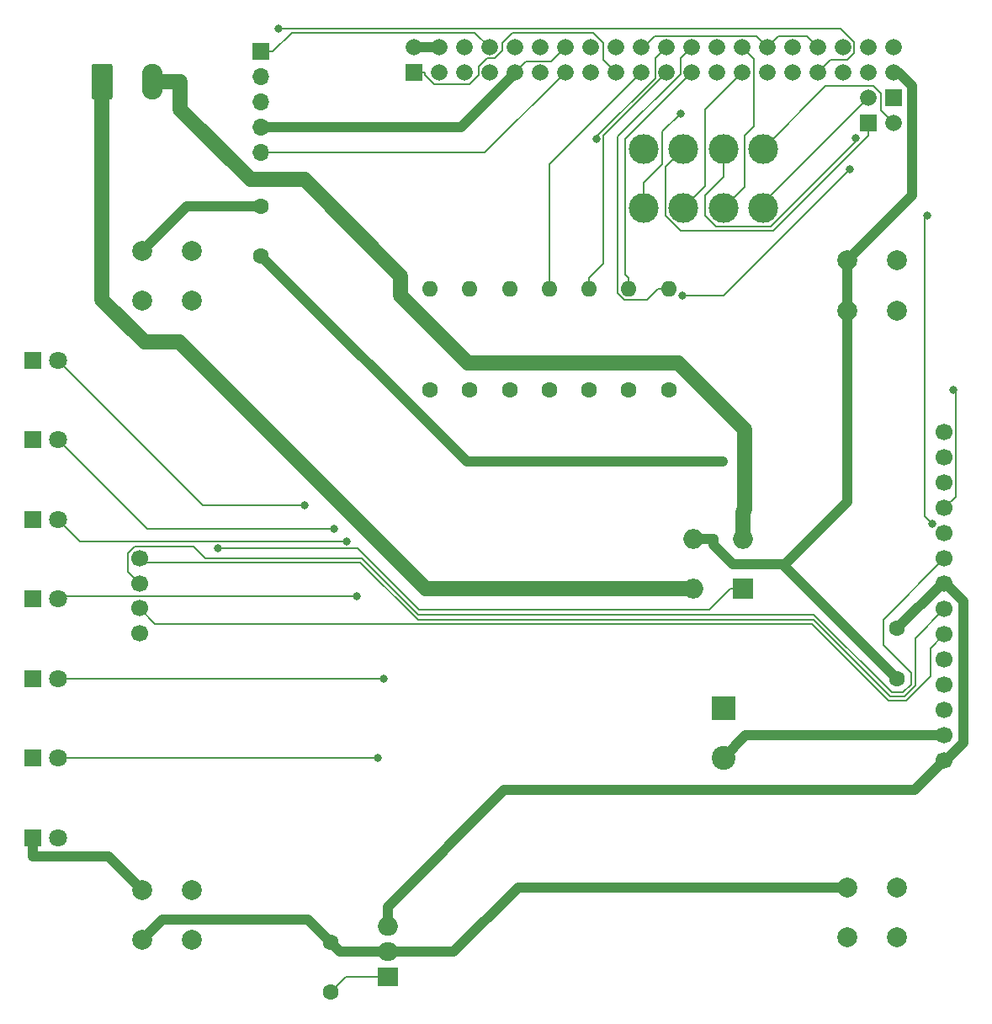
<source format=gbr>
G04 #@! TF.GenerationSoftware,KiCad,Pcbnew,5.0.1*
G04 #@! TF.CreationDate,2019-02-23T16:19:39+01:00*
G04 #@! TF.ProjectId,display,646973706C61792E6B696361645F7063,rev?*
G04 #@! TF.SameCoordinates,Original*
G04 #@! TF.FileFunction,Copper,L1,Top,Signal*
G04 #@! TF.FilePolarity,Positive*
%FSLAX46Y46*%
G04 Gerber Fmt 4.6, Leading zero omitted, Abs format (unit mm)*
G04 Created by KiCad (PCBNEW 5.0.1) date Sat 23 Feb 2019 16:19:39 CET*
%MOMM*%
%LPD*%
G01*
G04 APERTURE LIST*
G04 #@! TA.AperFunction,ComponentPad*
%ADD10C,2.000000*%
G04 #@! TD*
G04 #@! TA.AperFunction,ComponentPad*
%ADD11C,1.700000*%
G04 #@! TD*
G04 #@! TA.AperFunction,ComponentPad*
%ADD12C,1.600000*%
G04 #@! TD*
G04 #@! TA.AperFunction,ComponentPad*
%ADD13R,1.800000X1.800000*%
G04 #@! TD*
G04 #@! TA.AperFunction,ComponentPad*
%ADD14C,1.800000*%
G04 #@! TD*
G04 #@! TA.AperFunction,ComponentPad*
%ADD15O,1.600000X1.600000*%
G04 #@! TD*
G04 #@! TA.AperFunction,ComponentPad*
%ADD16C,3.000000*%
G04 #@! TD*
G04 #@! TA.AperFunction,ComponentPad*
%ADD17R,2.400000X2.400000*%
G04 #@! TD*
G04 #@! TA.AperFunction,ComponentPad*
%ADD18C,2.400000*%
G04 #@! TD*
G04 #@! TA.AperFunction,ComponentPad*
%ADD19O,2.000000X2.000000*%
G04 #@! TD*
G04 #@! TA.AperFunction,ComponentPad*
%ADD20R,2.000000X2.000000*%
G04 #@! TD*
G04 #@! TA.AperFunction,ComponentPad*
%ADD21C,1.665000*%
G04 #@! TD*
G04 #@! TA.AperFunction,ComponentPad*
%ADD22R,1.665000X1.665000*%
G04 #@! TD*
G04 #@! TA.AperFunction,Conductor*
%ADD23C,0.100000*%
G04 #@! TD*
G04 #@! TA.AperFunction,ComponentPad*
%ADD24C,2.080000*%
G04 #@! TD*
G04 #@! TA.AperFunction,ComponentPad*
%ADD25O,2.080000X3.600000*%
G04 #@! TD*
G04 #@! TA.AperFunction,ComponentPad*
%ADD26R,1.700000X1.700000*%
G04 #@! TD*
G04 #@! TA.AperFunction,ComponentPad*
%ADD27O,1.700000X1.700000*%
G04 #@! TD*
G04 #@! TA.AperFunction,ComponentPad*
%ADD28R,2.000000X1.905000*%
G04 #@! TD*
G04 #@! TA.AperFunction,ComponentPad*
%ADD29O,2.000000X1.905000*%
G04 #@! TD*
G04 #@! TA.AperFunction,ViaPad*
%ADD30C,0.800000*%
G04 #@! TD*
G04 #@! TA.AperFunction,ViaPad*
%ADD31C,1.000000*%
G04 #@! TD*
G04 #@! TA.AperFunction,Conductor*
%ADD32C,0.200000*%
G04 #@! TD*
G04 #@! TA.AperFunction,Conductor*
%ADD33C,1.000000*%
G04 #@! TD*
G04 #@! TA.AperFunction,Conductor*
%ADD34C,1.500000*%
G04 #@! TD*
G04 APERTURE END LIST*
D10*
G04 #@! TO.P,SW3,1*
G04 #@! TO.N,GND*
X101000000Y-137250000D03*
G04 #@! TO.P,SW3,2*
G04 #@! TO.N,Net-(IC1-Pad31)*
X106000000Y-137250000D03*
G04 #@! TO.P,SW3,4*
X106000000Y-142250000D03*
G04 #@! TO.P,SW3,3*
G04 #@! TO.N,GND*
X101000000Y-142250000D03*
G04 #@! TD*
D11*
G04 #@! TO.P,TFT1,1*
G04 #@! TO.N,Net-(IC1-Pad15)*
X181750000Y-91240000D03*
G04 #@! TO.P,TFT1,2*
G04 #@! TO.N,Net-(IC1-Pad16)*
X181750000Y-93780000D03*
G04 #@! TO.P,TFT1,3*
G04 #@! TO.N,Net-(IC1-Pad18)*
X181750000Y-96320000D03*
G04 #@! TO.P,TFT1,4*
G04 #@! TO.N,Net-(IC1-Pad36)*
X181750000Y-98860000D03*
G04 #@! TO.P,TFT1,5*
G04 #@! TO.N,SCK*
X181750000Y-101400000D03*
G04 #@! TO.P,TFT1,6*
G04 #@! TO.N,MISO*
X181750000Y-103940000D03*
G04 #@! TO.P,TFT1,7*
G04 #@! TO.N,+5V*
X181750000Y-106480000D03*
G04 #@! TO.P,TFT1,8*
G04 #@! TO.N,SCK*
X181750000Y-109020000D03*
G04 #@! TO.P,TFT1,11*
G04 #@! TO.N,Net-(IC1-Pad22)*
X181750000Y-116640000D03*
G04 #@! TO.P,TFT1,10*
G04 #@! TO.N,Net-(IC1-Pad37)*
X181750000Y-114100000D03*
G04 #@! TO.P,TFT1,13*
G04 #@! TO.N,GND*
X181750000Y-121720000D03*
G04 #@! TO.P,TFT1,12*
G04 #@! TO.N,Net-(IC1-Pad12)*
X181750000Y-119180000D03*
G04 #@! TO.P,TFT1,9*
G04 #@! TO.N,MOSI*
X181750000Y-111560000D03*
G04 #@! TO.P,TFT1,14*
G04 #@! TO.N,+5V*
X181750000Y-124260000D03*
G04 #@! TO.P,TFT1,17*
G04 #@! TO.N,MISO*
X100750000Y-106480000D03*
G04 #@! TO.P,TFT1,18*
G04 #@! TO.N,SCK*
X100750000Y-103940000D03*
G04 #@! TO.P,TFT1,15*
G04 #@! TO.N,Net-(IC1-Pad11)*
X100750000Y-111480000D03*
G04 #@! TO.P,TFT1,16*
G04 #@! TO.N,MOSI*
X100750000Y-108940000D03*
G04 #@! TD*
D12*
G04 #@! TO.P,C2,1*
G04 #@! TO.N,Net-(C1-Pad1)*
X120000000Y-147500000D03*
G04 #@! TO.P,C2,2*
G04 #@! TO.N,GND*
X120000000Y-142500000D03*
G04 #@! TD*
D13*
G04 #@! TO.P,D7,1*
G04 #@! TO.N,GND*
X90000000Y-124000000D03*
D14*
G04 #@! TO.P,D7,2*
G04 #@! TO.N,Net-(D7-Pad2)*
X92540000Y-124000000D03*
G04 #@! TD*
G04 #@! TO.P,D2,2*
G04 #@! TO.N,Net-(D2-Pad2)*
X92540000Y-84000000D03*
D13*
G04 #@! TO.P,D2,1*
G04 #@! TO.N,GND*
X90000000Y-84000000D03*
G04 #@! TD*
G04 #@! TO.P,D3,1*
G04 #@! TO.N,GND*
X90000000Y-92000000D03*
D14*
G04 #@! TO.P,D3,2*
G04 #@! TO.N,Net-(D3-Pad2)*
X92540000Y-92000000D03*
G04 #@! TD*
G04 #@! TO.P,D4,2*
G04 #@! TO.N,Net-(D4-Pad2)*
X92540000Y-100000000D03*
D13*
G04 #@! TO.P,D4,1*
G04 #@! TO.N,GND*
X90000000Y-100000000D03*
G04 #@! TD*
G04 #@! TO.P,D6,1*
G04 #@! TO.N,GND*
X90000000Y-116000000D03*
D14*
G04 #@! TO.P,D6,2*
G04 #@! TO.N,Net-(D6-Pad2)*
X92540000Y-116000000D03*
G04 #@! TD*
G04 #@! TO.P,D5,2*
G04 #@! TO.N,Net-(D5-Pad2)*
X92540000Y-108000000D03*
D13*
G04 #@! TO.P,D5,1*
G04 #@! TO.N,GND*
X90000000Y-108000000D03*
G04 #@! TD*
G04 #@! TO.P,D8,1*
G04 #@! TO.N,GND*
X90000000Y-132000000D03*
D14*
G04 #@! TO.P,D8,2*
G04 #@! TO.N,Net-(D8-Pad2)*
X92540000Y-132000000D03*
G04 #@! TD*
D12*
G04 #@! TO.P,R7,1*
G04 #@! TO.N,Net-(D8-Pad2)*
X154000000Y-87000000D03*
D15*
G04 #@! TO.P,R7,2*
G04 #@! TO.N,Net-(IC1-Pad24)*
X154000000Y-76840000D03*
G04 #@! TD*
G04 #@! TO.P,R5,2*
G04 #@! TO.N,Net-(IC1-Pad21)*
X146000000Y-76840000D03*
D12*
G04 #@! TO.P,R5,1*
G04 #@! TO.N,Net-(D6-Pad2)*
X146000000Y-87000000D03*
G04 #@! TD*
G04 #@! TO.P,R4,1*
G04 #@! TO.N,Net-(D5-Pad2)*
X142000000Y-87000000D03*
D15*
G04 #@! TO.P,R4,2*
G04 #@! TO.N,Net-(IC1-Pad19)*
X142000000Y-76840000D03*
G04 #@! TD*
G04 #@! TO.P,R1,2*
G04 #@! TO.N,Net-(IC1-Pad3)*
X130000000Y-76840000D03*
D12*
G04 #@! TO.P,R1,1*
G04 #@! TO.N,Net-(D2-Pad2)*
X130000000Y-87000000D03*
G04 #@! TD*
G04 #@! TO.P,R2,1*
G04 #@! TO.N,Net-(D3-Pad2)*
X134000000Y-87000000D03*
D15*
G04 #@! TO.P,R2,2*
G04 #@! TO.N,Net-(IC1-Pad5)*
X134000000Y-76840000D03*
G04 #@! TD*
G04 #@! TO.P,R3,2*
G04 #@! TO.N,Net-(IC1-Pad7)*
X138000000Y-76840000D03*
D12*
G04 #@! TO.P,R3,1*
G04 #@! TO.N,Net-(D4-Pad2)*
X138000000Y-87000000D03*
G04 #@! TD*
G04 #@! TO.P,R6,1*
G04 #@! TO.N,Net-(D7-Pad2)*
X150000000Y-87000000D03*
D15*
G04 #@! TO.P,R6,2*
G04 #@! TO.N,Net-(IC1-Pad23)*
X150000000Y-76840000D03*
G04 #@! TD*
D16*
G04 #@! TO.P,TP14,1*
G04 #@! TO.N,Net-(IC1-Pad43)*
X155500000Y-62750000D03*
G04 #@! TD*
G04 #@! TO.P,TP13,1*
G04 #@! TO.N,Net-(IC1-Pad42)*
X163500000Y-68750000D03*
G04 #@! TD*
G04 #@! TO.P,TP12,1*
G04 #@! TO.N,Net-(IC1-Pad41)*
X159500000Y-62750000D03*
G04 #@! TD*
G04 #@! TO.P,TP11,1*
G04 #@! TO.N,Net-(IC1-Pad28)*
X159500000Y-68750000D03*
G04 #@! TD*
G04 #@! TO.P,TP10,1*
G04 #@! TO.N,Net-(IC1-Pad27)*
X155500000Y-68750000D03*
G04 #@! TD*
G04 #@! TO.P,TP9,1*
G04 #@! TO.N,Net-(IC1-Pad26)*
X151500000Y-68750000D03*
G04 #@! TD*
G04 #@! TO.P,TP1,1*
G04 #@! TO.N,Net-(IC1-Pad1)*
X151500000Y-62750000D03*
G04 #@! TD*
G04 #@! TO.P,TP15,1*
G04 #@! TO.N,Net-(IC1-Pad44)*
X163500000Y-62750000D03*
G04 #@! TD*
D10*
G04 #@! TO.P,SW4,3*
G04 #@! TO.N,GND*
X172000000Y-142000000D03*
G04 #@! TO.P,SW4,4*
G04 #@! TO.N,Net-(IC1-Pad29)*
X177000000Y-142000000D03*
G04 #@! TO.P,SW4,2*
X177000000Y-137000000D03*
G04 #@! TO.P,SW4,1*
G04 #@! TO.N,GND*
X172000000Y-137000000D03*
G04 #@! TD*
G04 #@! TO.P,SW2,3*
G04 #@! TO.N,GND*
X172000000Y-79000000D03*
G04 #@! TO.P,SW2,4*
G04 #@! TO.N,Net-(IC1-Pad32)*
X177000000Y-79000000D03*
G04 #@! TO.P,SW2,2*
X177000000Y-74000000D03*
G04 #@! TO.P,SW2,1*
G04 #@! TO.N,GND*
X172000000Y-74000000D03*
G04 #@! TD*
G04 #@! TO.P,SW1,1*
G04 #@! TO.N,GND*
X101000000Y-73000000D03*
G04 #@! TO.P,SW1,2*
G04 #@! TO.N,Net-(IC1-Pad33)*
X106000000Y-73000000D03*
G04 #@! TO.P,SW1,4*
X106000000Y-78000000D03*
G04 #@! TO.P,SW1,3*
G04 #@! TO.N,GND*
X101000000Y-78000000D03*
G04 #@! TD*
D17*
G04 #@! TO.P,C1,1*
G04 #@! TO.N,Net-(C1-Pad1)*
X159500000Y-119000000D03*
D18*
G04 #@! TO.P,C1,2*
G04 #@! TO.N,GND*
X159500000Y-124000000D03*
G04 #@! TD*
D12*
G04 #@! TO.P,C3,2*
G04 #@! TO.N,GND*
X177000000Y-116000000D03*
G04 #@! TO.P,C3,1*
G04 #@! TO.N,+5V*
X177000000Y-111000000D03*
G04 #@! TD*
G04 #@! TO.P,C4,1*
G04 #@! TO.N,+5V*
X113000000Y-73500000D03*
G04 #@! TO.P,C4,2*
G04 #@! TO.N,GND*
X113000000Y-68500000D03*
G04 #@! TD*
D19*
G04 #@! TO.P,D1,4*
G04 #@! TO.N,Net-(D1-Pad4)*
X161500000Y-102000000D03*
G04 #@! TO.P,D1,2*
G04 #@! TO.N,Net-(D1-Pad2)*
X156500000Y-107000000D03*
G04 #@! TO.P,D1,3*
G04 #@! TO.N,GND*
X156500000Y-102000000D03*
D20*
G04 #@! TO.P,D1,1*
G04 #@! TO.N,Net-(C1-Pad1)*
X161500000Y-107000000D03*
G04 #@! TD*
D21*
G04 #@! TO.P,IC1,44*
G04 #@! TO.N,Net-(IC1-Pad44)*
X176630000Y-60160000D03*
D22*
G04 #@! TO.P,IC1,43*
G04 #@! TO.N,Net-(IC1-Pad43)*
X174090000Y-60160000D03*
D21*
G04 #@! TO.P,IC1,42*
G04 #@! TO.N,Net-(IC1-Pad42)*
X174090000Y-57620000D03*
D22*
G04 #@! TO.P,IC1,41*
G04 #@! TO.N,Net-(IC1-Pad41)*
X176630000Y-57620000D03*
D21*
G04 #@! TO.P,IC1,40*
G04 #@! TO.N,SCK*
X176630000Y-52540000D03*
G04 #@! TO.P,IC1,39*
G04 #@! TO.N,GND*
X176630000Y-55080000D03*
G04 #@! TO.P,IC1,38*
G04 #@! TO.N,MOSI*
X174090000Y-52540000D03*
G04 #@! TO.P,IC1,37*
G04 #@! TO.N,Net-(IC1-Pad37)*
X174090000Y-55080000D03*
G04 #@! TO.P,IC1,36*
G04 #@! TO.N,Net-(IC1-Pad36)*
X171550000Y-52540000D03*
G04 #@! TO.P,IC1,35*
G04 #@! TO.N,MISO*
X171550000Y-55080000D03*
G04 #@! TO.P,IC1,34*
G04 #@! TO.N,GND*
X169010000Y-52540000D03*
G04 #@! TO.P,IC1,33*
G04 #@! TO.N,Net-(IC1-Pad33)*
X169010000Y-55080000D03*
G04 #@! TO.P,IC1,32*
G04 #@! TO.N,Net-(IC1-Pad32)*
X166470000Y-52540000D03*
G04 #@! TO.P,IC1,31*
G04 #@! TO.N,Net-(IC1-Pad31)*
X166470000Y-55080000D03*
G04 #@! TO.P,IC1,30*
G04 #@! TO.N,GND*
X163930000Y-52540000D03*
G04 #@! TO.P,IC1,29*
G04 #@! TO.N,Net-(IC1-Pad29)*
X163930000Y-55080000D03*
G04 #@! TO.P,IC1,28*
G04 #@! TO.N,Net-(IC1-Pad28)*
X161390000Y-52540000D03*
G04 #@! TO.P,IC1,27*
G04 #@! TO.N,Net-(IC1-Pad27)*
X161390000Y-55080000D03*
G04 #@! TO.P,IC1,26*
G04 #@! TO.N,Net-(IC1-Pad26)*
X158850000Y-52540000D03*
G04 #@! TO.P,IC1,25*
G04 #@! TO.N,GND*
X158850000Y-55080000D03*
G04 #@! TO.P,IC1,24*
G04 #@! TO.N,Net-(IC1-Pad24)*
X156310000Y-52540000D03*
G04 #@! TO.P,IC1,23*
G04 #@! TO.N,Net-(IC1-Pad23)*
X156310000Y-55080000D03*
G04 #@! TO.P,IC1,22*
G04 #@! TO.N,Net-(IC1-Pad22)*
X153770000Y-52540000D03*
G04 #@! TO.P,IC1,21*
G04 #@! TO.N,Net-(IC1-Pad21)*
X153770000Y-55080000D03*
G04 #@! TO.P,IC1,20*
G04 #@! TO.N,GND*
X151230000Y-52540000D03*
G04 #@! TO.P,IC1,19*
G04 #@! TO.N,Net-(IC1-Pad19)*
X151230000Y-55080000D03*
G04 #@! TO.P,IC1,18*
G04 #@! TO.N,Net-(IC1-Pad18)*
X148690000Y-52540000D03*
G04 #@! TO.P,IC1,17*
G04 #@! TO.N,Net-(IC1-Pad1)*
X148690000Y-55080000D03*
G04 #@! TO.P,IC1,16*
G04 #@! TO.N,Net-(IC1-Pad16)*
X146150000Y-52540000D03*
G04 #@! TO.P,IC1,15*
G04 #@! TO.N,Net-(IC1-Pad15)*
X146150000Y-55080000D03*
G04 #@! TO.P,IC1,14*
G04 #@! TO.N,GND*
X143610000Y-52540000D03*
G04 #@! TO.P,IC1,13*
G04 #@! TO.N,Net-(IC1-Pad13)*
X143610000Y-55080000D03*
G04 #@! TO.P,IC1,12*
G04 #@! TO.N,Net-(IC1-Pad12)*
X141070000Y-52540000D03*
G04 #@! TO.P,IC1,11*
G04 #@! TO.N,Net-(IC1-Pad11)*
X141070000Y-55080000D03*
G04 #@! TO.P,IC1,10*
G04 #@! TO.N,Net-(IC1-Pad10)*
X138530000Y-52540000D03*
G04 #@! TO.P,IC1,9*
G04 #@! TO.N,GND*
X138530000Y-55080000D03*
G04 #@! TO.P,IC1,8*
G04 #@! TO.N,Net-(IC1-Pad8)*
X135990000Y-52540000D03*
G04 #@! TO.P,IC1,7*
G04 #@! TO.N,Net-(IC1-Pad7)*
X135990000Y-55080000D03*
G04 #@! TO.P,IC1,6*
G04 #@! TO.N,GND*
X133450000Y-52540000D03*
G04 #@! TO.P,IC1,5*
G04 #@! TO.N,Net-(IC1-Pad5)*
X133450000Y-55080000D03*
G04 #@! TO.P,IC1,4*
G04 #@! TO.N,+5V*
X130910000Y-52540000D03*
G04 #@! TO.P,IC1,3*
G04 #@! TO.N,Net-(IC1-Pad3)*
X130910000Y-55080000D03*
G04 #@! TO.P,IC1,2*
G04 #@! TO.N,+5V*
X128370000Y-52540000D03*
D22*
G04 #@! TO.P,IC1,1*
G04 #@! TO.N,Net-(IC1-Pad1)*
X128370000Y-55080000D03*
G04 #@! TD*
D23*
G04 #@! TO.N,Net-(D1-Pad2)*
G04 #@! TO.C,J1*
G36*
X97814505Y-54201204D02*
X97838773Y-54204804D01*
X97862572Y-54210765D01*
X97885671Y-54219030D01*
X97907850Y-54229520D01*
X97928893Y-54242132D01*
X97948599Y-54256747D01*
X97966777Y-54273223D01*
X97983253Y-54291401D01*
X97997868Y-54311107D01*
X98010480Y-54332150D01*
X98020970Y-54354329D01*
X98029235Y-54377428D01*
X98035196Y-54401227D01*
X98038796Y-54425495D01*
X98040000Y-54449999D01*
X98040000Y-57550001D01*
X98038796Y-57574505D01*
X98035196Y-57598773D01*
X98029235Y-57622572D01*
X98020970Y-57645671D01*
X98010480Y-57667850D01*
X97997868Y-57688893D01*
X97983253Y-57708599D01*
X97966777Y-57726777D01*
X97948599Y-57743253D01*
X97928893Y-57757868D01*
X97907850Y-57770480D01*
X97885671Y-57780970D01*
X97862572Y-57789235D01*
X97838773Y-57795196D01*
X97814505Y-57798796D01*
X97790001Y-57800000D01*
X96209999Y-57800000D01*
X96185495Y-57798796D01*
X96161227Y-57795196D01*
X96137428Y-57789235D01*
X96114329Y-57780970D01*
X96092150Y-57770480D01*
X96071107Y-57757868D01*
X96051401Y-57743253D01*
X96033223Y-57726777D01*
X96016747Y-57708599D01*
X96002132Y-57688893D01*
X95989520Y-57667850D01*
X95979030Y-57645671D01*
X95970765Y-57622572D01*
X95964804Y-57598773D01*
X95961204Y-57574505D01*
X95960000Y-57550001D01*
X95960000Y-54449999D01*
X95961204Y-54425495D01*
X95964804Y-54401227D01*
X95970765Y-54377428D01*
X95979030Y-54354329D01*
X95989520Y-54332150D01*
X96002132Y-54311107D01*
X96016747Y-54291401D01*
X96033223Y-54273223D01*
X96051401Y-54256747D01*
X96071107Y-54242132D01*
X96092150Y-54229520D01*
X96114329Y-54219030D01*
X96137428Y-54210765D01*
X96161227Y-54204804D01*
X96185495Y-54201204D01*
X96209999Y-54200000D01*
X97790001Y-54200000D01*
X97814505Y-54201204D01*
X97814505Y-54201204D01*
G37*
D24*
G04 #@! TD*
G04 #@! TO.P,J1,1*
G04 #@! TO.N,Net-(D1-Pad2)*
X97000000Y-56000000D03*
D25*
G04 #@! TO.P,J1,2*
G04 #@! TO.N,Net-(D1-Pad4)*
X102080000Y-56000000D03*
G04 #@! TD*
D26*
G04 #@! TO.P,J2,1*
G04 #@! TO.N,Net-(IC1-Pad8)*
X113000000Y-53000000D03*
D27*
G04 #@! TO.P,J2,2*
G04 #@! TO.N,Net-(IC1-Pad10)*
X113000000Y-55540000D03*
G04 #@! TO.P,J2,3*
G04 #@! TO.N,Net-(C1-Pad1)*
X113000000Y-58080000D03*
G04 #@! TO.P,J2,4*
G04 #@! TO.N,GND*
X113000000Y-60620000D03*
G04 #@! TO.P,J2,5*
G04 #@! TO.N,Net-(IC1-Pad13)*
X113000000Y-63160000D03*
G04 #@! TD*
D28*
G04 #@! TO.P,U1,1*
G04 #@! TO.N,Net-(C1-Pad1)*
X125750000Y-146000000D03*
D29*
G04 #@! TO.P,U1,2*
G04 #@! TO.N,GND*
X125750000Y-143460000D03*
G04 #@! TO.P,U1,3*
G04 #@! TO.N,+5V*
X125750000Y-140920000D03*
G04 #@! TD*
D30*
G04 #@! TO.N,Net-(C1-Pad1)*
X108676500Y-102941400D03*
D31*
G04 #@! TO.N,+5V*
X159437100Y-94218400D03*
D30*
G04 #@! TO.N,Net-(IC1-Pad22)*
X146729500Y-61762600D03*
G04 #@! TO.N,Net-(IC1-Pad26)*
X155177200Y-59198400D03*
G04 #@! TO.N,Net-(IC1-Pad31)*
X155428000Y-77522800D03*
X172227000Y-64813700D03*
G04 #@! TO.N,Net-(IC1-Pad33)*
X114768900Y-50646100D03*
G04 #@! TO.N,Net-(IC1-Pad36)*
X182666200Y-86981400D03*
G04 #@! TO.N,Net-(IC1-Pad37)*
X180568100Y-100480200D03*
X180051600Y-69486000D03*
G04 #@! TO.N,Net-(IC1-Pad41)*
X172804700Y-61712000D03*
G04 #@! TO.N,Net-(D7-Pad2)*
X124768900Y-124000000D03*
G04 #@! TO.N,Net-(D4-Pad2)*
X121581700Y-102241100D03*
G04 #@! TO.N,Net-(D3-Pad2)*
X120340700Y-100991300D03*
G04 #@! TO.N,Net-(D2-Pad2)*
X117393800Y-98584100D03*
G04 #@! TO.N,Net-(D5-Pad2)*
X122631300Y-107710000D03*
G04 #@! TO.N,Net-(D6-Pad2)*
X125366000Y-116000000D03*
G04 #@! TD*
D32*
G04 #@! TO.N,Net-(C1-Pad1)*
X161500000Y-107000000D02*
X160199700Y-107000000D01*
X160199700Y-107000000D02*
X158068800Y-109130900D01*
X158068800Y-109130900D02*
X128904400Y-109130900D01*
X128904400Y-109130900D02*
X122714900Y-102941400D01*
X122714900Y-102941400D02*
X108676500Y-102941400D01*
X125750000Y-146000000D02*
X121500000Y-146000000D01*
X121500000Y-146000000D02*
X120000000Y-147500000D01*
D33*
G04 #@! TO.N,GND*
X172000000Y-137000000D02*
X138859300Y-137000000D01*
X138859300Y-137000000D02*
X132399300Y-143460000D01*
X132399300Y-143460000D02*
X125750000Y-143460000D01*
X120000000Y-142500000D02*
X117718700Y-140218700D01*
X117718700Y-140218700D02*
X103031300Y-140218700D01*
X103031300Y-140218700D02*
X101000000Y-142250000D01*
X125750000Y-143460000D02*
X120960000Y-143460000D01*
X120960000Y-143460000D02*
X120000000Y-142500000D01*
X113000000Y-68500000D02*
X105500000Y-68500000D01*
X105500000Y-68500000D02*
X101000000Y-73000000D01*
X90000000Y-132000000D02*
X90000000Y-133900300D01*
X90000000Y-133900300D02*
X97650300Y-133900300D01*
X97650300Y-133900300D02*
X101000000Y-137250000D01*
X165737600Y-104515700D02*
X165737600Y-104737600D01*
X165737600Y-104737600D02*
X177000000Y-116000000D01*
X172000000Y-79000000D02*
X172000000Y-98253300D01*
X172000000Y-98253300D02*
X165737600Y-104515700D01*
X158500300Y-102000000D02*
X158500300Y-102547000D01*
X158500300Y-102547000D02*
X160469000Y-104515700D01*
X160469000Y-104515700D02*
X165737600Y-104515700D01*
X172000000Y-74000000D02*
X172000000Y-79000000D01*
X176630000Y-55080000D02*
X177182600Y-55080000D01*
X177182600Y-55080000D02*
X178531200Y-56428600D01*
X178531200Y-56428600D02*
X178531200Y-67468800D01*
X178531200Y-67468800D02*
X172000000Y-74000000D01*
X159500000Y-124000000D02*
X161780000Y-121720000D01*
X161780000Y-121720000D02*
X181750000Y-121720000D01*
X156500000Y-102000000D02*
X158500300Y-102000000D01*
X138530000Y-55080000D02*
X138530000Y-55178000D01*
X138530000Y-55178000D02*
X133088000Y-60620000D01*
X133088000Y-60620000D02*
X113000000Y-60620000D01*
D32*
X142777501Y-53372499D02*
X143610000Y-52540000D01*
X139662501Y-53947499D02*
X142202501Y-53947499D01*
X142202501Y-53947499D02*
X142777501Y-53372499D01*
X138530000Y-55080000D02*
X139662501Y-53947499D01*
X151460000Y-52540000D02*
X151230000Y-52540000D01*
X152592501Y-51407499D02*
X151460000Y-52540000D01*
X162797499Y-51407499D02*
X152592501Y-51407499D01*
X163930000Y-52540000D02*
X162797499Y-51407499D01*
X167877499Y-51407499D02*
X168177501Y-51707501D01*
X165062501Y-51407499D02*
X167877499Y-51407499D01*
X168177501Y-51707501D02*
X169010000Y-52540000D01*
X163930000Y-52540000D02*
X165062501Y-51407499D01*
D33*
G04 #@! TO.N,+5V*
X181750000Y-124260000D02*
X181890500Y-124260000D01*
X181890500Y-124260000D02*
X183645500Y-122505000D01*
X183645500Y-122505000D02*
X183645500Y-108256700D01*
X183645500Y-108256700D02*
X181868800Y-106480000D01*
X181868800Y-106480000D02*
X181750000Y-106480000D01*
X125750000Y-138967200D02*
X137467600Y-127249600D01*
X137467600Y-127249600D02*
X178760400Y-127249600D01*
X178760400Y-127249600D02*
X181750000Y-124260000D01*
X113000000Y-73500000D02*
X133718400Y-94218400D01*
X133718400Y-94218400D02*
X159437100Y-94218400D01*
X177000000Y-111000000D02*
X181520000Y-106480000D01*
X181520000Y-106480000D02*
X181750000Y-106480000D01*
X128370000Y-52540000D02*
X130910000Y-52540000D01*
X125750000Y-140920000D02*
X125750000Y-138967200D01*
D34*
G04 #@! TO.N,Net-(D1-Pad4)*
X161500000Y-102000000D02*
X161500000Y-99249700D01*
X161500000Y-99249700D02*
X161687400Y-99062300D01*
X161687400Y-99062300D02*
X161687400Y-90999300D01*
X161687400Y-90999300D02*
X154967000Y-84278900D01*
X154967000Y-84278900D02*
X133780500Y-84278900D01*
X133780500Y-84278900D02*
X127050000Y-77548400D01*
X127050000Y-77548400D02*
X127050000Y-75563000D01*
X127050000Y-75563000D02*
X117342000Y-65855000D01*
X117342000Y-65855000D02*
X111935000Y-65855000D01*
X111935000Y-65855000D02*
X104870300Y-58790300D01*
X104870300Y-58790300D02*
X104870300Y-56000000D01*
X102080000Y-56000000D02*
X104870300Y-56000000D01*
G04 #@! TO.N,Net-(D1-Pad2)*
X156500000Y-107000000D02*
X129548600Y-107000000D01*
X129548600Y-107000000D02*
X104759400Y-82210800D01*
X104759400Y-82210800D02*
X101314200Y-82210800D01*
X101314200Y-82210800D02*
X97000000Y-77896600D01*
X97000000Y-77896600D02*
X97000000Y-56000000D01*
D32*
G04 #@! TO.N,Net-(IC1-Pad1)*
X128370000Y-55080000D02*
X129502800Y-55080000D01*
X129502800Y-55080000D02*
X129502800Y-55292400D01*
X129502800Y-55292400D02*
X130445200Y-56234800D01*
X130445200Y-56234800D02*
X133973400Y-56234800D01*
X133973400Y-56234800D02*
X134857100Y-55351100D01*
X134857100Y-55351100D02*
X134857100Y-54527400D01*
X134857100Y-54527400D02*
X135711600Y-53672900D01*
X135711600Y-53672900D02*
X136498100Y-53672900D01*
X136498100Y-53672900D02*
X137260000Y-52911000D01*
X137260000Y-52911000D02*
X137260000Y-52121700D01*
X137260000Y-52121700D02*
X138296600Y-51085100D01*
X138296600Y-51085100D02*
X146371800Y-51085100D01*
X146371800Y-51085100D02*
X147420000Y-52133300D01*
X147420000Y-52133300D02*
X147420000Y-53810000D01*
X147420000Y-53810000D02*
X148690000Y-55080000D01*
G04 #@! TO.N,Net-(IC1-Pad8)*
X113000000Y-53000000D02*
X114150300Y-53000000D01*
X114150300Y-53000000D02*
X116087900Y-51062400D01*
X116087900Y-51062400D02*
X134512400Y-51062400D01*
X134512400Y-51062400D02*
X135990000Y-52540000D01*
G04 #@! TO.N,Net-(IC1-Pad13)*
X113000000Y-63160000D02*
X135530000Y-63160000D01*
X135530000Y-63160000D02*
X143610000Y-55080000D01*
G04 #@! TO.N,Net-(IC1-Pad19)*
X151230000Y-55080000D02*
X142000000Y-64310000D01*
X142000000Y-64310000D02*
X142000000Y-75739700D01*
X142000000Y-76840000D02*
X142000000Y-75739700D01*
G04 #@! TO.N,Net-(IC1-Pad21)*
X146000000Y-75739700D02*
X147429800Y-74309900D01*
X147429800Y-74309900D02*
X147429800Y-61420200D01*
X147429800Y-61420200D02*
X153770000Y-55080000D01*
X146000000Y-76840000D02*
X146000000Y-75739700D01*
G04 #@! TO.N,Net-(IC1-Pad22)*
X153770000Y-52540000D02*
X152637100Y-53672900D01*
X152637100Y-53672900D02*
X152637100Y-55646600D01*
X152637100Y-55646600D02*
X146729500Y-61554200D01*
X146729500Y-61554200D02*
X146729500Y-61762600D01*
G04 #@! TO.N,Net-(IC1-Pad23)*
X150000000Y-76840000D02*
X150000000Y-75739700D01*
X156310000Y-55080000D02*
X149621600Y-61768400D01*
X149621600Y-61768400D02*
X149621600Y-75361300D01*
X149621600Y-75361300D02*
X150000000Y-75739700D01*
G04 #@! TO.N,Net-(IC1-Pad24)*
X154000000Y-76840000D02*
X152899700Y-76840000D01*
X156310000Y-52540000D02*
X155177100Y-53672900D01*
X155177100Y-53672900D02*
X155177100Y-55275100D01*
X155177100Y-55275100D02*
X148897200Y-61555000D01*
X148897200Y-61555000D02*
X148897200Y-77297800D01*
X148897200Y-77297800D02*
X149540700Y-77941300D01*
X149540700Y-77941300D02*
X151798400Y-77941300D01*
X151798400Y-77941300D02*
X152899700Y-76840000D01*
G04 #@! TO.N,Net-(IC1-Pad26)*
X151500000Y-68750000D02*
X151500000Y-66183700D01*
X151500000Y-66183700D02*
X153358400Y-64325300D01*
X153358400Y-64325300D02*
X153358400Y-61017200D01*
X153358400Y-61017200D02*
X155177200Y-59198400D01*
G04 #@! TO.N,Net-(IC1-Pad27)*
X161390000Y-55080000D02*
X157699600Y-58770400D01*
X157699600Y-58770400D02*
X157699600Y-66550400D01*
X157699600Y-66550400D02*
X155500000Y-68750000D01*
G04 #@! TO.N,Net-(IC1-Pad28)*
X161390000Y-52540000D02*
X162565000Y-53715000D01*
X162565000Y-53715000D02*
X162565000Y-60494700D01*
X162565000Y-60494700D02*
X161651700Y-61408000D01*
X161651700Y-61408000D02*
X161651700Y-66598300D01*
X161651700Y-66598300D02*
X159500000Y-68750000D01*
G04 #@! TO.N,Net-(IC1-Pad31)*
X172227000Y-64813700D02*
X159517900Y-77522800D01*
X159517900Y-77522800D02*
X155428000Y-77522800D01*
G04 #@! TO.N,Net-(IC1-Pad33)*
X169010000Y-55080000D02*
X170280000Y-53810000D01*
X170280000Y-53810000D02*
X171965600Y-53810000D01*
X171965600Y-53810000D02*
X172682900Y-53092700D01*
X172682900Y-53092700D02*
X172682900Y-52016700D01*
X172682900Y-52016700D02*
X171312300Y-50646100D01*
X171312300Y-50646100D02*
X114768900Y-50646100D01*
G04 #@! TO.N,MISO*
X100750000Y-106480000D02*
X99565500Y-105295500D01*
X99565500Y-105295500D02*
X99565500Y-103436600D01*
X99565500Y-103436600D02*
X100261200Y-102740900D01*
X100261200Y-102740900D02*
X106208200Y-102740900D01*
X106208200Y-102740900D02*
X107407300Y-103940000D01*
X107407300Y-103940000D02*
X123147200Y-103940000D01*
X123147200Y-103940000D02*
X128796300Y-109589100D01*
X128796300Y-109589100D02*
X168608500Y-109589100D01*
X168608500Y-109589100D02*
X176432300Y-117412900D01*
X176432300Y-117412900D02*
X177576500Y-117412900D01*
X177576500Y-117412900D02*
X178400400Y-116589000D01*
X178400400Y-116589000D02*
X178400400Y-115419900D01*
X178400400Y-115419900D02*
X175593300Y-112612800D01*
X175593300Y-112612800D02*
X175593300Y-110096700D01*
X175593300Y-110096700D02*
X181750000Y-103940000D01*
G04 #@! TO.N,Net-(IC1-Pad36)*
X181750000Y-98860000D02*
X182900400Y-97709600D01*
X182900400Y-97709600D02*
X182900400Y-87215600D01*
X182900400Y-87215600D02*
X182666200Y-86981400D01*
G04 #@! TO.N,Net-(IC1-Pad37)*
X180568100Y-100480200D02*
X179789200Y-99701300D01*
X179789200Y-99701300D02*
X179789200Y-69748400D01*
X179789200Y-69748400D02*
X180051600Y-69486000D01*
G04 #@! TO.N,MOSI*
X100750000Y-108940000D02*
X102341300Y-110531300D01*
X102341300Y-110531300D02*
X168418500Y-110531300D01*
X168418500Y-110531300D02*
X176100700Y-118213500D01*
X176100700Y-118213500D02*
X177908100Y-118213500D01*
X177908100Y-118213500D02*
X180360400Y-115761200D01*
X180360400Y-115761200D02*
X180360400Y-112949600D01*
X180360400Y-112949600D02*
X181750000Y-111560000D01*
G04 #@! TO.N,SCK*
X100750000Y-103940000D02*
X101150300Y-104340300D01*
X101150300Y-104340300D02*
X122981400Y-104340300D01*
X122981400Y-104340300D02*
X128772100Y-110131000D01*
X128772100Y-110131000D02*
X168584300Y-110131000D01*
X168584300Y-110131000D02*
X176266500Y-117813200D01*
X176266500Y-117813200D02*
X177742300Y-117813200D01*
X177742300Y-117813200D02*
X178800700Y-116754800D01*
X178800700Y-116754800D02*
X178800700Y-111969300D01*
X178800700Y-111969300D02*
X181750000Y-109020000D01*
G04 #@! TO.N,Net-(IC1-Pad41)*
X159500000Y-62750000D02*
X159500000Y-65549600D01*
X159500000Y-65549600D02*
X157650000Y-67399600D01*
X157650000Y-67399600D02*
X157650000Y-69449600D01*
X157650000Y-69449600D02*
X158787300Y-70586900D01*
X158787300Y-70586900D02*
X164254400Y-70586900D01*
X164254400Y-70586900D02*
X172804700Y-62036600D01*
X172804700Y-62036600D02*
X172804700Y-61712000D01*
G04 #@! TO.N,Net-(IC1-Pad42)*
X174090000Y-57620000D02*
X163500000Y-68210000D01*
X163500000Y-68210000D02*
X163500000Y-68750000D01*
G04 #@! TO.N,Net-(IC1-Pad43)*
X155500000Y-62750000D02*
X153659900Y-64590100D01*
X153659900Y-64590100D02*
X153659900Y-69467600D01*
X153659900Y-69467600D02*
X155179500Y-70987200D01*
X155179500Y-70987200D02*
X164519900Y-70987200D01*
X164519900Y-70987200D02*
X174090000Y-61417100D01*
X174090000Y-61417100D02*
X174090000Y-61292800D01*
X174090000Y-60160000D02*
X174090000Y-61292800D01*
G04 #@! TO.N,Net-(IC1-Pad44)*
X176630000Y-60160000D02*
X175360000Y-58890000D01*
X175360000Y-58890000D02*
X175360000Y-57234100D01*
X175360000Y-57234100D02*
X174586400Y-56460500D01*
X174586400Y-56460500D02*
X169789500Y-56460500D01*
X169789500Y-56460500D02*
X163500000Y-62750000D01*
G04 #@! TO.N,Net-(D7-Pad2)*
X92540000Y-124000000D02*
X124768900Y-124000000D01*
G04 #@! TO.N,Net-(D4-Pad2)*
X92540000Y-100000000D02*
X94781100Y-102241100D01*
X94781100Y-102241100D02*
X121581700Y-102241100D01*
G04 #@! TO.N,Net-(D3-Pad2)*
X120340700Y-100991300D02*
X101531300Y-100991300D01*
X101531300Y-100991300D02*
X92540000Y-92000000D01*
G04 #@! TO.N,Net-(D2-Pad2)*
X117393800Y-98584100D02*
X107124100Y-98584100D01*
X107124100Y-98584100D02*
X92540000Y-84000000D01*
G04 #@! TO.N,Net-(D5-Pad2)*
X92540000Y-108000000D02*
X92830000Y-107710000D01*
X92830000Y-107710000D02*
X122631300Y-107710000D01*
G04 #@! TO.N,Net-(D6-Pad2)*
X92540000Y-116000000D02*
X125366000Y-116000000D01*
G04 #@! TD*
M02*

</source>
